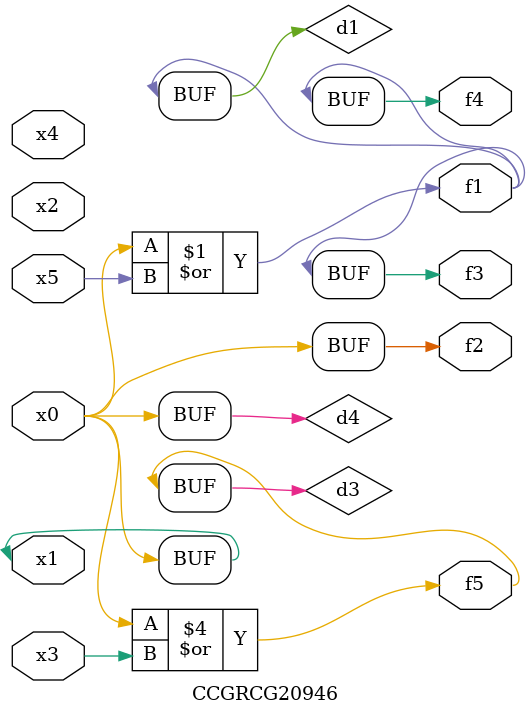
<source format=v>
module CCGRCG20946(
	input x0, x1, x2, x3, x4, x5,
	output f1, f2, f3, f4, f5
);

	wire d1, d2, d3, d4;

	or (d1, x0, x5);
	xnor (d2, x1, x4);
	or (d3, x0, x3);
	buf (d4, x0, x1);
	assign f1 = d1;
	assign f2 = d4;
	assign f3 = d1;
	assign f4 = d1;
	assign f5 = d3;
endmodule

</source>
